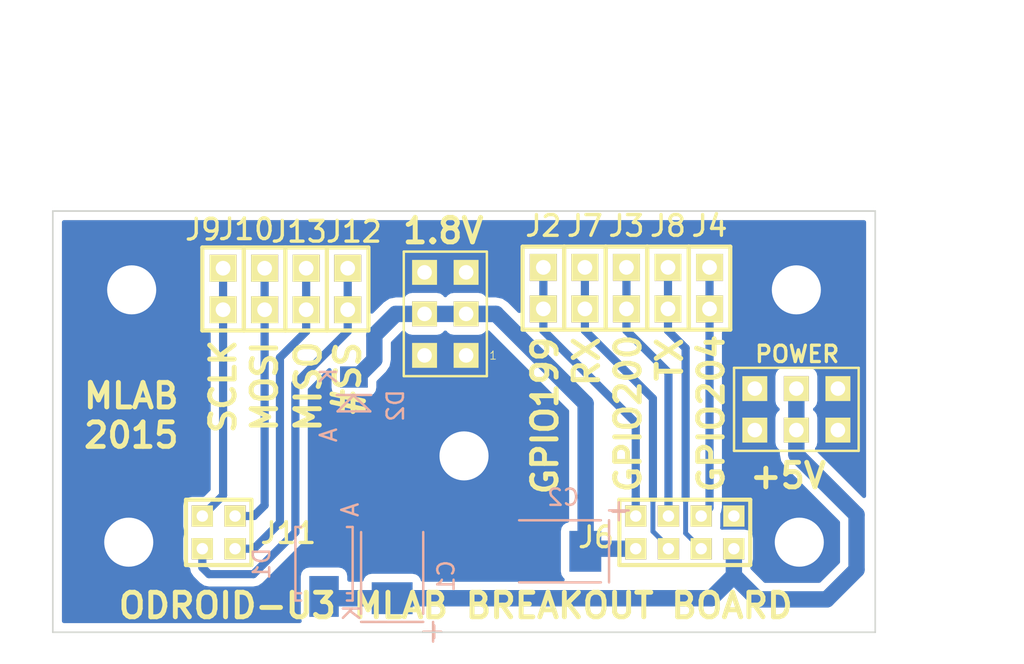
<source format=kicad_pcb>
(kicad_pcb (version 4) (host pcbnew "(2015-05-13 BZR 5653)-product")

  (general
    (links 43)
    (no_connects 0)
    (area 104.4448 22.727801 171.0426 63.017401)
    (thickness 1.6)
    (drawings 20)
    (tracks 76)
    (zones 0)
    (modules 22)
    (nets 13)
  )

  (page A4)
  (layers
    (0 F.Cu signal)
    (31 B.Cu signal)
    (32 B.Adhes user)
    (33 F.Adhes user)
    (34 B.Paste user)
    (35 F.Paste user)
    (36 B.SilkS user)
    (37 F.SilkS user)
    (38 B.Mask user)
    (39 F.Mask user)
    (40 Dwgs.User user)
    (41 Cmts.User user)
    (42 Eco1.User user)
    (43 Eco2.User user)
    (44 Edge.Cuts user)
    (45 Margin user)
    (46 B.CrtYd user)
    (47 F.CrtYd user)
    (48 B.Fab user)
    (49 F.Fab user)
  )

  (setup
    (last_trace_width 0.3)
    (user_trace_width 0.2)
    (user_trace_width 0.3)
    (user_trace_width 0.4)
    (user_trace_width 0.5)
    (user_trace_width 0.6)
    (user_trace_width 0.8)
    (user_trace_width 1)
    (trace_clearance 0.15)
    (zone_clearance 0.508)
    (zone_45_only no)
    (trace_min 0.2)
    (segment_width 0.2)
    (edge_width 0.1)
    (via_size 0.889)
    (via_drill 0.635)
    (via_min_size 0.889)
    (via_min_drill 0.508)
    (uvia_size 0.508)
    (uvia_drill 0.127)
    (uvias_allowed no)
    (uvia_min_size 0.508)
    (uvia_min_drill 0.127)
    (pcb_text_width 0.3)
    (pcb_text_size 1.5 1.5)
    (mod_edge_width 0.15)
    (mod_text_size 1 1)
    (mod_text_width 0.15)
    (pad_size 4 4)
    (pad_drill 3)
    (pad_to_mask_clearance 0)
    (aux_axis_origin 102.3366 65.7098)
    (grid_origin 102.3366 65.7098)
    (visible_elements 7FFFFF7F)
    (pcbplotparams
      (layerselection 0x01060_80000000)
      (usegerberextensions false)
      (excludeedgelayer true)
      (linewidth 0.100000)
      (plotframeref false)
      (viasonmask false)
      (mode 1)
      (useauxorigin false)
      (hpglpennumber 1)
      (hpglpenspeed 20)
      (hpglpendiameter 15)
      (hpglpenoverlay 2)
      (psnegative false)
      (psa4output false)
      (plotreference true)
      (plotvalue true)
      (plotinvisibletext false)
      (padsonsilk false)
      (subtractmaskfromsilk false)
      (outputformat 1)
      (mirror false)
      (drillshape 0)
      (scaleselection 1)
      (outputdirectory ../CAM_PROFI/))
  )

  (net 0 "")
  (net 1 GND)
  (net 2 +5V)
  (net 3 +1.8V)
  (net 4 /GPIO199)
  (net 5 /GPIO200)
  (net 6 /GPIO204)
  (net 7 /UART_TX)
  (net 8 /UART_RX)
  (net 9 /SCLK)
  (net 10 /MISO)
  (net 11 "Net-(J10-Pad1)")
  (net 12 "Net-(J11-Pad3)")

  (net_class Default "Toto je výchozí třída sítě."
    (clearance 0.15)
    (trace_width 0.3)
    (via_dia 0.889)
    (via_drill 0.635)
    (uvia_dia 0.508)
    (uvia_drill 0.127)
    (add_net /GPIO199)
    (add_net /GPIO200)
    (add_net /GPIO204)
    (add_net /MISO)
    (add_net /SCLK)
    (add_net /UART_RX)
    (add_net /UART_TX)
    (add_net "Net-(J10-Pad1)")
    (add_net "Net-(J11-Pad3)")
  )

  (net_class Power ""
    (clearance 0.3)
    (trace_width 0.5)
    (via_dia 0.889)
    (via_drill 0.635)
    (uvia_dia 0.508)
    (uvia_drill 0.127)
    (add_net +1.8V)
    (add_net +5V)
    (add_net GND)
  )

  (module MLAB_hreb:2mm_Pin_Header_Straight_2x04 (layer F.Cu) (tedit 55007440) (tstamp 55015AF1)
    (at 146.3166 54.9498 90)
    (descr "1 pin")
    (tags "CONN DEV")
    (path /5485F8D0)
    (fp_text reference J6 (at -0.2952 -5.4228 180) (layer F.SilkS)
      (effects (font (size 1.27 1.27) (thickness 0.2032)))
    )
    (fp_text value IOS_PORT_#1 (at 0 5.334 90) (layer F.SilkS) hide
      (effects (font (size 1.27 1.27) (thickness 0.2032)))
    )
    (fp_line (start -2 -4) (end 0 -4) (layer F.SilkS) (width 0.254))
    (fp_line (start 0 4) (end 2 4) (layer F.SilkS) (width 0.254))
    (fp_line (start 2 4) (end 2 -4) (layer F.SilkS) (width 0.254))
    (fp_line (start 0 -4) (end 2 -4) (layer F.SilkS) (width 0.254))
    (fp_line (start -2 4) (end -2 -4) (layer F.SilkS) (width 0.254))
    (fp_line (start -2 4) (end 0 4) (layer F.SilkS) (width 0.254))
    (pad 1 thru_hole rect (at -1 -3 90) (size 1.3 1.3) (drill 0.7) (layers *.Cu *.Mask F.SilkS)
      (net 3 +1.8V))
    (pad 2 thru_hole rect (at 1 -3 90) (size 1.3 1.3) (drill 0.7) (layers *.Cu *.Mask F.SilkS)
      (net 4 /GPIO199))
    (pad 3 thru_hole rect (at -1 -1 90) (size 1.3 1.3) (drill 0.7) (layers *.Cu *.Mask F.SilkS)
      (net 8 /UART_RX))
    (pad 4 thru_hole rect (at 1 -1 90) (size 1.3 1.3) (drill 0.7) (layers *.Cu *.Mask F.SilkS)
      (net 5 /GPIO200))
    (pad 5 thru_hole rect (at -1 1 90) (size 1.3 1.3) (drill 0.7) (layers *.Cu *.Mask F.SilkS)
      (net 7 /UART_TX))
    (pad 6 thru_hole rect (at 1 1 90) (size 1.3 1.3) (drill 0.7) (layers *.Cu *.Mask F.SilkS)
      (net 6 /GPIO204))
    (pad 7 thru_hole rect (at -1 3 90) (size 1.3 1.3) (drill 0.7) (layers *.Cu *.Mask F.SilkS)
      (net 2 +5V))
    (pad 8 thru_hole rect (at 1 3 90) (size 1.3 1.3) (drill 0.7) (layers *.Cu *.Mask F.SilkS)
      (net 1 GND))
    (model Pin_Headers/Pin_Header_Straight_2x04.wrl
      (at (xyz 0 0 0))
      (scale (xyz 0.7874 0.7874 0.7874))
      (rotate (xyz 0 0 90))
    )
  )

  (module Capacitors_Tantalum_SMD:TantalC_SizeB_EIA-3528_Reflow (layer B.Cu) (tedit 55005C2F) (tstamp 5500FA8F)
    (at 138.684 56.1086 180)
    (descr "Tantal Cap. , Size B, EIA-3528, Reflow,")
    (tags "Tantal Cap. , Size B, EIA-3528, Reflow,")
    (path /548601CE)
    (attr smd)
    (fp_text reference C2 (at -0.20066 3.29946 180) (layer B.SilkS)
      (effects (font (size 1 1) (thickness 0.15)) (justify mirror))
    )
    (fp_text value 10uF (at -0.09906 -3.59918 180) (layer B.SilkS) hide
      (effects (font (size 1 1) (thickness 0.15)) (justify mirror))
    )
    (fp_text user + (at -3.59918 2.49936 180) (layer B.SilkS)
      (effects (font (size 1 1) (thickness 0.15)) (justify mirror))
    )
    (fp_line (start -2.99974 1.89992) (end -2.99974 -1.89992) (layer B.SilkS) (width 0.15))
    (fp_line (start 2.49936 1.89992) (end -2.49936 1.89992) (layer B.SilkS) (width 0.15))
    (fp_line (start 2.49682 -1.89992) (end -2.5019 -1.89992) (layer B.SilkS) (width 0.15))
    (fp_line (start -3.60172 3.00228) (end -3.60172 1.90246) (layer B.SilkS) (width 0.15))
    (fp_line (start -4.20116 2.5019) (end -3.00228 2.5019) (layer B.SilkS) (width 0.15))
    (pad 2 smd rect (at 1.5494 0 180) (size 1.95072 2.49936) (layers B.Cu B.Paste B.Mask)
      (net 1 GND))
    (pad 1 smd rect (at -1.5494 0 180) (size 1.95072 2.49936) (layers B.Cu B.Paste B.Mask)
      (net 3 +1.8V))
    (model Capacitors_Tantalum_SMD/TantalC_SizeB_EIA-3528_Reflow.wrl
      (at (xyz 0 0 0))
      (scale (xyz 1 1 1))
      (rotate (xyz 0 0 180))
    )
  )

  (module MLAB_hreb:Pin_Header_Straight_2x01 placed (layer F.Cu) (tedit 5472F1F7) (tstamp 54896E7D)
    (at 137.668 40.005)
    (descr "1 pin")
    (tags "CONN DEV")
    (path /5486108C)
    (fp_text reference J2 (at 0 -3.81) (layer F.SilkS)
      (effects (font (size 1.27 1.27) (thickness 0.2032)))
    )
    (fp_text value GPIO199 (at 0 0) (layer F.SilkS) hide
      (effects (font (size 1.27 1.27) (thickness 0.2032)))
    )
    (fp_line (start -1.27 -2.54) (end 1.27 -2.54) (layer F.SilkS) (width 0.254))
    (fp_line (start 1.27 -2.54) (end 1.27 2.54) (layer F.SilkS) (width 0.254))
    (fp_line (start 1.27 2.54) (end -1.27 2.54) (layer F.SilkS) (width 0.254))
    (fp_line (start -1.27 2.54) (end -1.27 -2.54) (layer F.SilkS) (width 0.254))
    (pad 2 thru_hole rect (at 0 1.27) (size 1.651 1.651) (drill 0.9) (layers *.Cu *.Mask F.SilkS)
      (net 4 /GPIO199))
    (pad 1 thru_hole rect (at 0 -1.27) (size 1.651 1.651) (drill 0.9) (layers *.Cu *.Mask F.SilkS)
      (net 4 /GPIO199))
    (model Pin_Headers/Pin_Header_Straight_2x01.wrl
      (at (xyz 0 0 0))
      (scale (xyz 1 1 1))
      (rotate (xyz 0 0 0))
    )
  )

  (module MLAB_hreb:Pin_Header_Straight_2x01 placed (layer F.Cu) (tedit 5472F1F7) (tstamp 54896E93)
    (at 142.748 40.005)
    (descr "1 pin")
    (tags "CONN DEV")
    (path /54861113)
    (fp_text reference J3 (at 0 -3.81) (layer F.SilkS)
      (effects (font (size 1.27 1.27) (thickness 0.2032)))
    )
    (fp_text value GPIO200 (at 0 0) (layer F.SilkS) hide
      (effects (font (size 1.27 1.27) (thickness 0.2032)))
    )
    (fp_line (start -1.27 -2.54) (end 1.27 -2.54) (layer F.SilkS) (width 0.254))
    (fp_line (start 1.27 -2.54) (end 1.27 2.54) (layer F.SilkS) (width 0.254))
    (fp_line (start 1.27 2.54) (end -1.27 2.54) (layer F.SilkS) (width 0.254))
    (fp_line (start -1.27 2.54) (end -1.27 -2.54) (layer F.SilkS) (width 0.254))
    (pad 2 thru_hole rect (at 0 1.27) (size 1.651 1.651) (drill 0.9) (layers *.Cu *.Mask F.SilkS)
      (net 5 /GPIO200))
    (pad 1 thru_hole rect (at 0 -1.27) (size 1.651 1.651) (drill 0.9) (layers *.Cu *.Mask F.SilkS)
      (net 5 /GPIO200))
    (model Pin_Headers/Pin_Header_Straight_2x01.wrl
      (at (xyz 0 0 0))
      (scale (xyz 1 1 1))
      (rotate (xyz 0 0 0))
    )
  )

  (module MLAB_hreb:Pin_Header_Straight_2x01 placed (layer F.Cu) (tedit 5472F1F7) (tstamp 54896E88)
    (at 147.828 40.005)
    (descr "1 pin")
    (tags "CONN DEV")
    (path /54861163)
    (fp_text reference J4 (at 0 -3.81) (layer F.SilkS)
      (effects (font (size 1.27 1.27) (thickness 0.2032)))
    )
    (fp_text value GPIO204 (at 0 0) (layer F.SilkS) hide
      (effects (font (size 1.27 1.27) (thickness 0.2032)))
    )
    (fp_line (start -1.27 -2.54) (end 1.27 -2.54) (layer F.SilkS) (width 0.254))
    (fp_line (start 1.27 -2.54) (end 1.27 2.54) (layer F.SilkS) (width 0.254))
    (fp_line (start 1.27 2.54) (end -1.27 2.54) (layer F.SilkS) (width 0.254))
    (fp_line (start -1.27 2.54) (end -1.27 -2.54) (layer F.SilkS) (width 0.254))
    (pad 2 thru_hole rect (at 0 1.27) (size 1.651 1.651) (drill 0.9) (layers *.Cu *.Mask F.SilkS)
      (net 6 /GPIO204))
    (pad 1 thru_hole rect (at 0 -1.27) (size 1.651 1.651) (drill 0.9) (layers *.Cu *.Mask F.SilkS)
      (net 6 /GPIO204))
    (model Pin_Headers/Pin_Header_Straight_2x01.wrl
      (at (xyz 0 0 0))
      (scale (xyz 1 1 1))
      (rotate (xyz 0 0 0))
    )
  )

  (module MLAB_hreb:Pin_Header_Straight_2x01 placed (layer F.Cu) (tedit 5472F1F7) (tstamp 54896E72)
    (at 140.208 40.005)
    (descr "1 pin")
    (tags "CONN DEV")
    (path /54861315)
    (fp_text reference J7 (at 0 -3.81) (layer F.SilkS)
      (effects (font (size 1.27 1.27) (thickness 0.2032)))
    )
    (fp_text value UART_RX (at 0 0) (layer F.SilkS) hide
      (effects (font (size 1.27 1.27) (thickness 0.2032)))
    )
    (fp_line (start -1.27 -2.54) (end 1.27 -2.54) (layer F.SilkS) (width 0.254))
    (fp_line (start 1.27 -2.54) (end 1.27 2.54) (layer F.SilkS) (width 0.254))
    (fp_line (start 1.27 2.54) (end -1.27 2.54) (layer F.SilkS) (width 0.254))
    (fp_line (start -1.27 2.54) (end -1.27 -2.54) (layer F.SilkS) (width 0.254))
    (pad 2 thru_hole rect (at 0 1.27) (size 1.651 1.651) (drill 0.9) (layers *.Cu *.Mask F.SilkS)
      (net 8 /UART_RX))
    (pad 1 thru_hole rect (at 0 -1.27) (size 1.651 1.651) (drill 0.9) (layers *.Cu *.Mask F.SilkS)
      (net 8 /UART_RX))
    (model Pin_Headers/Pin_Header_Straight_2x01.wrl
      (at (xyz 0 0 0))
      (scale (xyz 1 1 1))
      (rotate (xyz 0 0 0))
    )
  )

  (module MLAB_hreb:Pin_Header_Straight_2x01 placed (layer F.Cu) (tedit 5472F1F7) (tstamp 54874B71)
    (at 145.288 40.005)
    (descr "1 pin")
    (tags "CONN DEV")
    (path /5486130F)
    (fp_text reference J8 (at 0 -3.81) (layer F.SilkS)
      (effects (font (size 1.27 1.27) (thickness 0.2032)))
    )
    (fp_text value UART_TX (at 0 0) (layer F.SilkS) hide
      (effects (font (size 1.27 1.27) (thickness 0.2032)))
    )
    (fp_line (start -1.27 -2.54) (end 1.27 -2.54) (layer F.SilkS) (width 0.254))
    (fp_line (start 1.27 -2.54) (end 1.27 2.54) (layer F.SilkS) (width 0.254))
    (fp_line (start 1.27 2.54) (end -1.27 2.54) (layer F.SilkS) (width 0.254))
    (fp_line (start -1.27 2.54) (end -1.27 -2.54) (layer F.SilkS) (width 0.254))
    (pad 2 thru_hole rect (at 0 1.27) (size 1.651 1.651) (drill 0.9) (layers *.Cu *.Mask F.SilkS)
      (net 7 /UART_TX))
    (pad 1 thru_hole rect (at 0 -1.27) (size 1.651 1.651) (drill 0.9) (layers *.Cu *.Mask F.SilkS)
      (net 7 /UART_TX))
    (model Pin_Headers/Pin_Header_Straight_2x01.wrl
      (at (xyz 0 0 0))
      (scale (xyz 1 1 1))
      (rotate (xyz 0 0 0))
    )
  )

  (module MLAB_hreb:Pin_Header_Straight_2x01 placed (layer F.Cu) (tedit 55007496) (tstamp 54874ADA)
    (at 118.0846 40.0558)
    (descr "1 pin")
    (tags "CONN DEV")
    (path /5486082B)
    (fp_text reference J9 (at -1.2192 -3.6322) (layer F.SilkS)
      (effects (font (size 1.27 1.27) (thickness 0.2032)))
    )
    (fp_text value SCLK (at 0 0) (layer F.SilkS) hide
      (effects (font (size 1.27 1.27) (thickness 0.2032)))
    )
    (fp_line (start -1.27 -2.54) (end 1.27 -2.54) (layer F.SilkS) (width 0.254))
    (fp_line (start 1.27 -2.54) (end 1.27 2.54) (layer F.SilkS) (width 0.254))
    (fp_line (start 1.27 2.54) (end -1.27 2.54) (layer F.SilkS) (width 0.254))
    (fp_line (start -1.27 2.54) (end -1.27 -2.54) (layer F.SilkS) (width 0.254))
    (pad 2 thru_hole rect (at 0 1.27) (size 1.651 1.651) (drill 0.9) (layers *.Cu *.Mask F.SilkS)
      (net 9 /SCLK))
    (pad 1 thru_hole rect (at 0 -1.27) (size 1.651 1.651) (drill 0.9) (layers *.Cu *.Mask F.SilkS)
      (net 9 /SCLK))
    (model Pin_Headers/Pin_Header_Straight_2x01.wrl
      (at (xyz 0 0 0))
      (scale (xyz 1 1 1))
      (rotate (xyz 0 0 0))
    )
  )

  (module MLAB_hreb:Pin_Header_Straight_2x01 placed (layer F.Cu) (tedit 550074A7) (tstamp 54871250)
    (at 120.6246 40.0558)
    (descr "1 pin")
    (tags "CONN DEV")
    (path /54860825)
    (fp_text reference J10 (at -1.1176 -3.6576) (layer F.SilkS)
      (effects (font (size 1.27 1.27) (thickness 0.2032)))
    )
    (fp_text value MOSI (at 0 0) (layer F.SilkS) hide
      (effects (font (size 1.27 1.27) (thickness 0.2032)))
    )
    (fp_line (start -1.27 -2.54) (end 1.27 -2.54) (layer F.SilkS) (width 0.254))
    (fp_line (start 1.27 -2.54) (end 1.27 2.54) (layer F.SilkS) (width 0.254))
    (fp_line (start 1.27 2.54) (end -1.27 2.54) (layer F.SilkS) (width 0.254))
    (fp_line (start -1.27 2.54) (end -1.27 -2.54) (layer F.SilkS) (width 0.254))
    (pad 2 thru_hole rect (at 0 1.27) (size 1.651 1.651) (drill 0.9) (layers *.Cu *.Mask F.SilkS)
      (net 11 "Net-(J10-Pad1)"))
    (pad 1 thru_hole rect (at 0 -1.27) (size 1.651 1.651) (drill 0.9) (layers *.Cu *.Mask F.SilkS)
      (net 11 "Net-(J10-Pad1)"))
    (model Pin_Headers/Pin_Header_Straight_2x01.wrl
      (at (xyz 0 0 0))
      (scale (xyz 1 1 1))
      (rotate (xyz 0 0 0))
    )
  )

  (module MLAB_hreb:2mm_Pin_Header_Straight_2x02 (layer F.Cu) (tedit 550074DF) (tstamp 5487125E)
    (at 117.8166 54.9498)
    (descr "1 pin")
    (tags "CONN DEV")
    (path /5485F97F)
    (fp_text reference J11 (at 4.2558 0.0412) (layer F.SilkS)
      (effects (font (size 1.27 1.27) (thickness 0.2032)))
    )
    (fp_text value IO_PORT_#2 (at 0 3.302) (layer F.SilkS) hide
      (effects (font (size 1.27 1.27) (thickness 0.2032)))
    )
    (fp_line (start -2 -2) (end 0 -2) (layer F.SilkS) (width 0.254))
    (fp_line (start 0 2) (end 2 2) (layer F.SilkS) (width 0.254))
    (fp_line (start 2 2) (end 2 -2) (layer F.SilkS) (width 0.254))
    (fp_line (start 0 -2) (end 2 -2) (layer F.SilkS) (width 0.254))
    (fp_line (start -2 2) (end -2 -2) (layer F.SilkS) (width 0.254))
    (fp_line (start -2 2) (end 0 2) (layer F.SilkS) (width 0.254))
    (pad 1 thru_hole rect (at -1 -1) (size 1.3 1.3) (drill 0.7) (layers *.Cu *.Mask F.SilkS)
      (net 9 /SCLK))
    (pad 2 thru_hole rect (at 1 -1) (size 1.3 1.3) (drill 0.7) (layers *.Cu *.Mask F.SilkS)
      (net 11 "Net-(J10-Pad1)"))
    (pad 3 thru_hole rect (at -1 1) (size 1.3 1.3) (drill 0.7) (layers *.Cu *.Mask F.SilkS)
      (net 12 "Net-(J11-Pad3)"))
    (pad 4 thru_hole rect (at 1 1) (size 1.3 1.3) (drill 0.7) (layers *.Cu *.Mask F.SilkS)
      (net 10 /MISO))
    (model Pin_Headers/Pin_Header_Straight_2x02.wrl
      (at (xyz 0 0 0))
      (scale (xyz 0.7874 0.7874 0.7874))
      (rotate (xyz 0 0 0))
    )
  )

  (module MLAB_hreb:Pin_Header_Straight_2x01 placed (layer F.Cu) (tedit 550074AC) (tstamp 54871268)
    (at 125.7046 40.0558)
    (descr "1 pin")
    (tags "CONN DEV")
    (path /54860610)
    (fp_text reference J12 (at 0.381 -3.5052) (layer F.SilkS)
      (effects (font (size 1.27 1.27) (thickness 0.2032)))
    )
    (fp_text value "#SS" (at 0 0) (layer F.SilkS) hide
      (effects (font (size 1.27 1.27) (thickness 0.2032)))
    )
    (fp_line (start -1.27 -2.54) (end 1.27 -2.54) (layer F.SilkS) (width 0.254))
    (fp_line (start 1.27 -2.54) (end 1.27 2.54) (layer F.SilkS) (width 0.254))
    (fp_line (start 1.27 2.54) (end -1.27 2.54) (layer F.SilkS) (width 0.254))
    (fp_line (start -1.27 2.54) (end -1.27 -2.54) (layer F.SilkS) (width 0.254))
    (pad 2 thru_hole rect (at 0 1.27) (size 1.651 1.651) (drill 0.9) (layers *.Cu *.Mask F.SilkS)
      (net 12 "Net-(J11-Pad3)"))
    (pad 1 thru_hole rect (at 0 -1.27) (size 1.651 1.651) (drill 0.9) (layers *.Cu *.Mask F.SilkS)
      (net 12 "Net-(J11-Pad3)"))
    (model Pin_Headers/Pin_Header_Straight_2x01.wrl
      (at (xyz 0 0 0))
      (scale (xyz 1 1 1))
      (rotate (xyz 0 0 0))
    )
  )

  (module MLAB_hreb:Pin_Header_Straight_2x01 placed (layer F.Cu) (tedit 550074AA) (tstamp 54871272)
    (at 123.1646 40.0558)
    (descr "1 pin")
    (tags "CONN DEV")
    (path /54860710)
    (fp_text reference J13 (at -0.4318 -3.5052) (layer F.SilkS)
      (effects (font (size 1.27 1.27) (thickness 0.2032)))
    )
    (fp_text value MISO (at 0 0) (layer F.SilkS) hide
      (effects (font (size 1.27 1.27) (thickness 0.2032)))
    )
    (fp_line (start -1.27 -2.54) (end 1.27 -2.54) (layer F.SilkS) (width 0.254))
    (fp_line (start 1.27 -2.54) (end 1.27 2.54) (layer F.SilkS) (width 0.254))
    (fp_line (start 1.27 2.54) (end -1.27 2.54) (layer F.SilkS) (width 0.254))
    (fp_line (start -1.27 2.54) (end -1.27 -2.54) (layer F.SilkS) (width 0.254))
    (pad 2 thru_hole rect (at 0 1.27) (size 1.651 1.651) (drill 0.9) (layers *.Cu *.Mask F.SilkS)
      (net 10 /MISO))
    (pad 1 thru_hole rect (at 0 -1.27) (size 1.651 1.651) (drill 0.9) (layers *.Cu *.Mask F.SilkS)
      (net 10 /MISO))
    (model Pin_Headers/Pin_Header_Straight_2x01.wrl
      (at (xyz 0 0 0))
      (scale (xyz 1 1 1))
      (rotate (xyz 0 0 0))
    )
  )

  (module MLAB_dira:MountingHole_3mm placed (layer F.Cu) (tedit 55007470) (tstamp 54871277)
    (at 153.1366 40.1098)
    (descr "Mounting hole, Befestigungsbohrung, 3mm, No Annular, Kein Restring,")
    (tags "Mounting hole, Befestigungsbohrung, 3mm, No Annular, Kein Restring,")
    (path /54862BF8)
    (fp_text reference J14 (at 0 0) (layer F.SilkS) hide
      (effects (font (thickness 0.15)))
    )
    (fp_text value M3 (at 1 5) (layer F.SilkS) hide
      (effects (font (thickness 0.15)))
    )
    (fp_circle (center 0 0) (end 2 0) (layer Cmts.User) (width 0.15))
    (pad 1 thru_hole circle (at 0 0) (size 6 6) (drill 3) (layers *.Cu *.Adhes *.Mask)
      (net 1 GND) (clearance 1) (zone_connect 2))
  )

  (module MLAB_dira:MountingHole_3mm placed (layer F.Cu) (tedit 5500745C) (tstamp 5487127C)
    (at 112.4966 40.1098)
    (descr "Mounting hole, Befestigungsbohrung, 3mm, No Annular, Kein Restring,")
    (tags "Mounting hole, Befestigungsbohrung, 3mm, No Annular, Kein Restring,")
    (path /54862A8F)
    (fp_text reference J15 (at 0 0) (layer F.SilkS) hide
      (effects (font (thickness 0.15)))
    )
    (fp_text value M3 (at 1 5) (layer F.SilkS) hide
      (effects (font (thickness 0.15)))
    )
    (fp_circle (center 0 0) (end 2 0) (layer Cmts.User) (width 0.15))
    (pad 1 thru_hole circle (at 0 0) (size 6 6) (drill 3) (layers *.Cu *.Adhes *.Mask)
      (net 1 GND) (clearance 1) (zone_connect 2))
  )

  (module MLAB_dira:MountingHole_3mm placed (layer F.Cu) (tedit 55007468) (tstamp 54871281)
    (at 153.3166 55.5498)
    (descr "Mounting hole, Befestigungsbohrung, 3mm, No Annular, Kein Restring,")
    (tags "Mounting hole, Befestigungsbohrung, 3mm, No Annular, Kein Restring,")
    (path /54862E35)
    (fp_text reference J16 (at 0 0) (layer F.SilkS) hide
      (effects (font (thickness 0.15)))
    )
    (fp_text value M3 (at 1 5) (layer F.SilkS) hide
      (effects (font (thickness 0.15)))
    )
    (fp_circle (center 0 0) (end 2 0) (layer Cmts.User) (width 0.15))
    (pad 1 thru_hole circle (at 0 0) (size 4 4) (drill 3) (layers *.Cu *.Adhes *.Mask)
      (net 1 GND) (clearance 1) (zone_connect 2))
  )

  (module MLAB_dira:MountingHole_3mm placed (layer F.Cu) (tedit 55007453) (tstamp 54871286)
    (at 112.3166 55.5498)
    (descr "Mounting hole, Befestigungsbohrung, 3mm, No Annular, Kein Restring,")
    (tags "Mounting hole, Befestigungsbohrung, 3mm, No Annular, Kein Restring,")
    (path /54862E8B)
    (fp_text reference J17 (at 0 0) (layer F.SilkS) hide
      (effects (font (thickness 0.15)))
    )
    (fp_text value M3 (at 1 5) (layer F.SilkS) hide
      (effects (font (thickness 0.15)))
    )
    (fp_circle (center 0 0) (end 2 0) (layer Cmts.User) (width 0.15))
    (pad 1 thru_hole circle (at 0 0) (size 4 4) (drill 3) (layers *.Cu *.Adhes *.Mask)
      (net 1 GND) (clearance 1) (zone_connect 2))
  )

  (module MLAB_dira:MountingHole_3mm placed (layer F.Cu) (tedit 5500748A) (tstamp 5487128B)
    (at 132.8166 50.2698)
    (descr "Mounting hole, Befestigungsbohrung, 3mm, No Annular, Kein Restring,")
    (tags "Mounting hole, Befestigungsbohrung, 3mm, No Annular, Kein Restring,")
    (path /54862E2F)
    (fp_text reference J18 (at 0 0) (layer F.SilkS) hide
      (effects (font (thickness 0.15)))
    )
    (fp_text value M3 (at 1 5) (layer F.SilkS) hide
      (effects (font (thickness 0.15)))
    )
    (fp_circle (center 0 0) (end 2 0) (layer Cmts.User) (width 0.15))
    (pad 1 thru_hole circle (at 0 0) (size 6 6) (drill 3) (layers *.Cu *.Adhes *.Mask)
      (net 1 GND) (clearance 1) (zone_connect 2))
  )

  (module Diodes_SMD:Diode-SMA_Standard (layer B.Cu) (tedit 5403E41A) (tstamp 5500F136)
    (at 124.2568 56.8706 270)
    (descr "Diode SMA")
    (tags "Diode SMA")
    (path /5485FEF7)
    (attr smd)
    (fp_text reference D1 (at 0 3.81 270) (layer B.SilkS)
      (effects (font (size 1 1) (thickness 0.15)) (justify mirror))
    )
    (fp_text value BAS85 (at 0 -3.81 270) (layer B.SilkS) hide
      (effects (font (size 1 1) (thickness 0.15)) (justify mirror))
    )
    (fp_text user A (at -3.29946 -1.6002 270) (layer B.SilkS)
      (effects (font (size 1 1) (thickness 0.15)) (justify mirror))
    )
    (fp_text user K (at 2.99974 -1.69926 270) (layer B.SilkS)
      (effects (font (size 1 1) (thickness 0.15)) (justify mirror))
    )
    (fp_circle (center 0 0) (end 0.20066 0.0508) (layer B.Adhes) (width 0.381))
    (fp_line (start 1.80086 -1.75006) (end 1.80086 -1.39954) (layer B.SilkS) (width 0.15))
    (fp_line (start 1.80086 1.75006) (end 1.80086 1.39954) (layer B.SilkS) (width 0.15))
    (fp_line (start 2.25044 -1.75006) (end 2.25044 -1.39954) (layer B.SilkS) (width 0.15))
    (fp_line (start -2.25044 -1.75006) (end -2.25044 -1.39954) (layer B.SilkS) (width 0.15))
    (fp_line (start -2.25044 1.75006) (end -2.25044 1.39954) (layer B.SilkS) (width 0.15))
    (fp_line (start 2.25044 1.75006) (end 2.25044 1.39954) (layer B.SilkS) (width 0.15))
    (fp_line (start -2.25044 -1.75006) (end 2.25044 -1.75006) (layer B.SilkS) (width 0.15))
    (fp_line (start -2.25044 1.75006) (end 2.25044 1.75006) (layer B.SilkS) (width 0.15))
    (pad 1 smd rect (at -1.99898 0 270) (size 2.49936 1.80086) (layers B.Cu B.Paste B.Mask)
      (net 1 GND))
    (pad 2 smd rect (at 1.99898 0 270) (size 2.49936 1.80086) (layers B.Cu B.Paste B.Mask)
      (net 2 +5V))
    (model Diodes_SMD/Diode-SMA_Standard.wrl
      (at (xyz 0 0 0))
      (scale (xyz 0.3937 0.3937 0.3937))
      (rotate (xyz 0 0 0))
    )
  )

  (module Diodes_SMD:Diode-MiniMELF_Standard (layer B.Cu) (tedit 55005B0E) (tstamp 55015ACE)
    (at 126.0856 47.1932 90)
    (descr "Diode Mini-MELF Standard")
    (tags "Diode Mini-MELF Standard")
    (path /548601BC)
    (attr smd)
    (fp_text reference D2 (at 0 2.54 90) (layer B.SilkS)
      (effects (font (size 1 1) (thickness 0.15)) (justify mirror))
    )
    (fp_text value BAS85 (at 0 -3.81 90) (layer B.SilkS) hide
      (effects (font (size 1 1) (thickness 0.15)) (justify mirror))
    )
    (fp_line (start 0.65024 -0.0508) (end -0.35052 1.00076) (layer B.SilkS) (width 0.15))
    (fp_line (start -0.35052 1.00076) (end -0.35052 -1.00076) (layer B.SilkS) (width 0.15))
    (fp_line (start -0.35052 -1.00076) (end 0.65024 0) (layer B.SilkS) (width 0.15))
    (fp_line (start 0.65024 1.04902) (end 0.65024 -1.04902) (layer B.SilkS) (width 0.15))
    (fp_text user A (at -1.80086 -1.5494 90) (layer B.SilkS)
      (effects (font (size 1 1) (thickness 0.15)) (justify mirror))
    )
    (fp_text user K (at 1.80086 -1.5494 90) (layer B.SilkS)
      (effects (font (size 1 1) (thickness 0.15)) (justify mirror))
    )
    (fp_circle (center 0 0) (end 0 -0.55118) (layer B.Adhes) (width 0.381))
    (fp_circle (center 0 0) (end 0 -0.20066) (layer B.Adhes) (width 0.381))
    (pad 1 smd rect (at -1.75006 0 90) (size 1.30048 1.69926) (layers B.Cu B.Paste B.Mask)
      (net 1 GND))
    (pad 2 smd rect (at 1.75006 0 90) (size 1.30048 1.69926) (layers B.Cu B.Paste B.Mask)
      (net 3 +1.8V))
    (model Diodes_SMD/Diode-MiniMELF_Standard.wrl
      (at (xyz 0 0 0))
      (scale (xyz 0.3937 0.3937 0.3937))
      (rotate (xyz 0 0 0))
    )
  )

  (module Capacitors_Tantalum_SMD:TantalC_SizeB_EIA-3528_Reflow (layer B.Cu) (tedit 55005C2F) (tstamp 5500FA5D)
    (at 128.4224 57.4294 90)
    (descr "Tantal Cap. , Size B, EIA-3528, Reflow,")
    (tags "Tantal Cap. , Size B, EIA-3528, Reflow,")
    (path /5485FFA7)
    (attr smd)
    (fp_text reference C1 (at -0.20066 3.29946 90) (layer B.SilkS)
      (effects (font (size 1 1) (thickness 0.15)) (justify mirror))
    )
    (fp_text value 10uF (at -0.09906 -3.59918 90) (layer B.SilkS) hide
      (effects (font (size 1 1) (thickness 0.15)) (justify mirror))
    )
    (fp_text user + (at -3.59918 2.49936 90) (layer B.SilkS)
      (effects (font (size 1 1) (thickness 0.15)) (justify mirror))
    )
    (fp_line (start -2.99974 1.89992) (end -2.99974 -1.89992) (layer B.SilkS) (width 0.15))
    (fp_line (start 2.49936 1.89992) (end -2.49936 1.89992) (layer B.SilkS) (width 0.15))
    (fp_line (start 2.49682 -1.89992) (end -2.5019 -1.89992) (layer B.SilkS) (width 0.15))
    (fp_line (start -3.60172 3.00228) (end -3.60172 1.90246) (layer B.SilkS) (width 0.15))
    (fp_line (start -4.20116 2.5019) (end -3.00228 2.5019) (layer B.SilkS) (width 0.15))
    (pad 2 smd rect (at 1.5494 0 90) (size 1.95072 2.49936) (layers B.Cu B.Paste B.Mask)
      (net 1 GND))
    (pad 1 smd rect (at -1.5494 0 90) (size 1.95072 2.49936) (layers B.Cu B.Paste B.Mask)
      (net 2 +5V))
    (model Capacitors_Tantalum_SMD/TantalC_SizeB_EIA-3528_Reflow.wrl
      (at (xyz 0 0 0))
      (scale (xyz 1 1 1))
      (rotate (xyz 0 0 180))
    )
  )

  (module Mlab_Pin_Headers:Straight_2x03 (layer F.Cu) (tedit 55007572) (tstamp 55015A75)
    (at 153.1366 47.4218 270)
    (descr "pin header straight 2x03")
    (tags "pin header straight 2x03")
    (path /5485F9FC)
    (fp_text reference J1 (at 0 -5.08 270) (layer F.SilkS) hide
      (effects (font (size 1.5 1.5) (thickness 0.15)))
    )
    (fp_text value "5V POWER" (at 0 5.08 270) (layer F.SilkS) hide
      (effects (font (size 1.5 1.5) (thickness 0.15)))
    )
    (fp_text user 1 (at -2.921 -2.54 270) (layer F.SilkS) hide
      (effects (font (size 0.5 0.5) (thickness 0.05)))
    )
    (fp_line (start -2.54 -3.81) (end 2.54 -3.81) (layer F.SilkS) (width 0.15))
    (fp_line (start 2.54 -3.81) (end 2.54 3.81) (layer F.SilkS) (width 0.15))
    (fp_line (start 2.54 3.81) (end -2.54 3.81) (layer F.SilkS) (width 0.15))
    (fp_line (start -2.54 3.81) (end -2.54 -3.81) (layer F.SilkS) (width 0.15))
    (pad 1 thru_hole rect (at -1.27 -2.54 270) (size 1.524 1.524) (drill 0.889) (layers *.Cu *.Mask F.SilkS)
      (net 1 GND))
    (pad 2 thru_hole rect (at 1.27 -2.54 270) (size 1.524 1.524) (drill 0.889) (layers *.Cu *.Mask F.SilkS)
      (net 1 GND))
    (pad 3 thru_hole rect (at -1.27 0 270) (size 1.524 1.524) (drill 0.889) (layers *.Cu *.Mask F.SilkS)
      (net 2 +5V))
    (pad 4 thru_hole rect (at 1.27 0 270) (size 1.524 1.524) (drill 0.889) (layers *.Cu *.Mask F.SilkS)
      (net 2 +5V))
    (pad 5 thru_hole rect (at -1.27 2.54 270) (size 1.524 1.524) (drill 0.889) (layers *.Cu *.Mask F.SilkS)
      (net 1 GND))
    (pad 6 thru_hole rect (at 1.27 2.54 270) (size 1.524 1.524) (drill 0.889) (layers *.Cu *.Mask F.SilkS)
      (net 1 GND))
    (model Pin_Headers/Pin_Header_Straight_2x03.wrl
      (at (xyz 0 0 0))
      (scale (xyz 1 1 1))
      (rotate (xyz 0 0 90))
    )
  )

  (module Mlab_Pin_Headers:Straight_2x03 (layer F.Cu) (tedit 550060C5) (tstamp 55015A83)
    (at 131.6736 41.5798 180)
    (descr "pin header straight 2x03")
    (tags "pin header straight 2x03")
    (path /548601AA)
    (fp_text reference J5 (at 0 -5.08 180) (layer F.SilkS) hide
      (effects (font (size 1.5 1.5) (thickness 0.15)))
    )
    (fp_text value "1,8V CPU Core" (at 0 5.08 180) (layer F.SilkS) hide
      (effects (font (size 1.5 1.5) (thickness 0.15)))
    )
    (fp_text user 1 (at -2.921 -2.54 180) (layer F.SilkS)
      (effects (font (size 0.5 0.5) (thickness 0.05)))
    )
    (fp_line (start -2.54 -3.81) (end 2.54 -3.81) (layer F.SilkS) (width 0.15))
    (fp_line (start 2.54 -3.81) (end 2.54 3.81) (layer F.SilkS) (width 0.15))
    (fp_line (start 2.54 3.81) (end -2.54 3.81) (layer F.SilkS) (width 0.15))
    (fp_line (start -2.54 3.81) (end -2.54 -3.81) (layer F.SilkS) (width 0.15))
    (pad 1 thru_hole rect (at -1.27 -2.54 180) (size 1.524 1.524) (drill 0.889) (layers *.Cu *.Mask F.SilkS)
      (net 1 GND))
    (pad 2 thru_hole rect (at 1.27 -2.54 180) (size 1.524 1.524) (drill 0.889) (layers *.Cu *.Mask F.SilkS)
      (net 1 GND))
    (pad 3 thru_hole rect (at -1.27 0 180) (size 1.524 1.524) (drill 0.889) (layers *.Cu *.Mask F.SilkS)
      (net 3 +1.8V))
    (pad 4 thru_hole rect (at 1.27 0 180) (size 1.524 1.524) (drill 0.889) (layers *.Cu *.Mask F.SilkS)
      (net 3 +1.8V))
    (pad 5 thru_hole rect (at -1.27 2.54 180) (size 1.524 1.524) (drill 0.889) (layers *.Cu *.Mask F.SilkS)
      (net 1 GND))
    (pad 6 thru_hole rect (at 1.27 2.54 180) (size 1.524 1.524) (drill 0.889) (layers *.Cu *.Mask F.SilkS)
      (net 1 GND))
    (model Pin_Headers/Pin_Header_Straight_2x03.wrl
      (at (xyz 0 0 0))
      (scale (xyz 1 1 1))
      (rotate (xyz 0 0 90))
    )
  )

  (dimension 25.908 (width 0.3) (layer Dwgs.User)
    (gr_text "25,908 mm" (at 164.3926 48.1838 270) (layer Dwgs.User)
      (effects (font (size 1.5 1.5) (thickness 0.3)))
    )
    (feature1 (pts (xy 157.9626 61.1378) (xy 165.7426 61.1378)))
    (feature2 (pts (xy 157.9626 35.2298) (xy 165.7426 35.2298)))
    (crossbar (pts (xy 163.0426 35.2298) (xy 163.0426 61.1378)))
    (arrow1a (pts (xy 163.0426 61.1378) (xy 162.456179 60.011296)))
    (arrow1b (pts (xy 163.0426 61.1378) (xy 163.629021 60.011296)))
    (arrow2a (pts (xy 163.0426 35.2298) (xy 162.456179 36.356304)))
    (arrow2b (pts (xy 163.0426 35.2298) (xy 163.629021 36.356304)))
  )
  (dimension 50.292 (width 0.3) (layer Dwgs.User)
    (gr_text "50,292 mm" (at 132.8166 24.227801) (layer Dwgs.User)
      (effects (font (size 1.5 1.5) (thickness 0.3)))
    )
    (feature1 (pts (xy 157.9626 35.2298) (xy 157.9626 22.877801)))
    (feature2 (pts (xy 107.6706 35.2298) (xy 107.6706 22.877801)))
    (crossbar (pts (xy 107.6706 25.577801) (xy 157.9626 25.577801)))
    (arrow1a (pts (xy 157.9626 25.577801) (xy 156.836096 26.164222)))
    (arrow1b (pts (xy 157.9626 25.577801) (xy 156.836096 24.99138)))
    (arrow2a (pts (xy 107.6706 25.577801) (xy 108.797104 26.164222)))
    (arrow2b (pts (xy 107.6706 25.577801) (xy 108.797104 24.99138)))
  )
  (gr_text GPIO200 (at 142.8496 47.6758 90) (layer F.SilkS)
    (effects (font (size 1.5 1.5) (thickness 0.3)))
  )
  (gr_text "ODROID-U3 MLAB BREAKOUT BOARD" (at 132.3086 59.436) (layer F.SilkS)
    (effects (font (size 1.5 1.5) (thickness 0.3)))
  )
  (gr_text "MLAB\n2015" (at 112.4712 47.8028) (layer F.SilkS)
    (effects (font (size 1.5 1.5) (thickness 0.3)))
  )
  (gr_text +5V (at 152.6286 51.4858) (layer F.SilkS)
    (effects (font (size 1.5 1.5) (thickness 0.3)))
  )
  (gr_text POWER (at 153.1874 44.0436) (layer F.SilkS) (tstamp 55007537)
    (effects (font (size 1 1) (thickness 0.2)))
  )
  (gr_text GPIO204 (at 147.9296 47.6758 90) (layer F.SilkS)
    (effects (font (size 1.5 1.5) (thickness 0.3)))
  )
  (gr_text TX (at 145.3896 44.3738 90) (layer F.SilkS)
    (effects (font (size 1.5 1.5) (thickness 0.3)))
  )
  (gr_text RX (at 140.3096 44.5008 90) (layer F.SilkS)
    (effects (font (size 1.5 1.5) (thickness 0.3)))
  )
  (gr_text GPIO199 (at 137.7696 47.8028 90) (layer F.SilkS)
    (effects (font (size 1.5 1.5) (thickness 0.3)))
  )
  (gr_text 1.8V (at 131.5466 36.4998) (layer F.SilkS)
    (effects (font (size 1.5 1.5) (thickness 0.3)))
  )
  (gr_text "#SS\n" (at 125.7046 45.5168 90) (layer F.SilkS)
    (effects (font (size 1.5 1.5) (thickness 0.3)))
  )
  (gr_text MISO (at 123.2916 46.0248 90) (layer F.SilkS)
    (effects (font (size 1.5 1.5) (thickness 0.3)))
  )
  (gr_text MOSI (at 120.6246 46.0248 90) (layer F.SilkS)
    (effects (font (size 1.5 1.5) (thickness 0.3)))
  )
  (gr_text SCLK (at 118.0846 46.0248 90) (layer F.SilkS)
    (effects (font (size 1.5 1.5) (thickness 0.3)))
  )
  (gr_line (start 107.6726 35.2858) (end 157.9606 35.2858) (angle 90) (layer Edge.Cuts) (width 0.1) (tstamp 54897BDF))
  (gr_line (start 157.9606 61.0616) (end 157.9606 35.2858) (angle 90) (layer Edge.Cuts) (width 0.1))
  (gr_line (start 107.6726 61.0616) (end 157.9606 61.0616) (angle 90) (layer Edge.Cuts) (width 0.1))
  (gr_line (start 107.6726 35.2858) (end 107.6726 61.0616) (angle 90) (layer Edge.Cuts) (width 0.1))

  (segment (start 128.4224 58.9788) (end 124.36602 58.9788) (width 1) (layer B.Cu) (net 2))
  (segment (start 124.36602 58.9788) (end 124.2568 58.86958) (width 1) (layer B.Cu) (net 2))
  (segment (start 153.1366 46.1518) (end 153.1366 48.6918) (width 1) (layer B.Cu) (net 2))
  (segment (start 153.1206 48.7078) (end 153.1366 48.6918) (width 1) (layer B.Cu) (net 2))
  (segment (start 149.2946 55.9718) (end 149.3166 55.9498) (width 1) (layer B.Cu) (net 2))
  (segment (start 153.1366 50.189798) (end 153.1366 48.6918) (width 1) (layer B.Cu) (net 2))
  (segment (start 154.996601 59.049801) (end 156.816601 57.229801) (width 1) (layer B.Cu) (net 2))
  (segment (start 150.766601 59.049801) (end 154.996601 59.049801) (width 1) (layer B.Cu) (net 2))
  (segment (start 156.816601 57.229801) (end 156.816601 53.869799) (width 1) (layer B.Cu) (net 2))
  (segment (start 149.3166 57.5998) (end 150.766601 59.049801) (width 1) (layer B.Cu) (net 2))
  (segment (start 156.816601 53.869799) (end 153.1366 50.189798) (width 1) (layer B.Cu) (net 2))
  (segment (start 130.67208 58.9788) (end 128.4224 58.9788) (width 1) (layer B.Cu) (net 2))
  (segment (start 147.9376 58.9788) (end 130.67208 58.9788) (width 1) (layer B.Cu) (net 2))
  (segment (start 149.3166 57.5998) (end 147.9376 58.9788) (width 1) (layer B.Cu) (net 2))
  (segment (start 149.3166 55.9498) (end 149.3166 57.5998) (width 1) (layer B.Cu) (net 2))
  (segment (start 127.334156 44.393974) (end 126.28499 45.44314) (width 1) (layer B.Cu) (net 3))
  (segment (start 127.334156 44.393974) (end 127.334156 42.887244) (width 1) (layer B.Cu) (net 3))
  (segment (start 127.334156 42.887244) (end 128.6416 41.5798) (width 1) (layer B.Cu) (net 3))
  (segment (start 128.6416 41.5798) (end 130.4036 41.5798) (width 1) (layer B.Cu) (net 3))
  (segment (start 126.28499 45.44314) (end 126.0856 45.44314) (width 1) (layer B.Cu) (net 3))
  (segment (start 134.7691 41.5798) (end 132.9436 41.5798) (width 1) (layer B.Cu) (net 3))
  (segment (start 132.2291 41.5798) (end 130.4036 41.5798) (width 1) (layer B.Cu) (net 3))
  (segment (start 134.7691 41.5798) (end 132.2291 41.5798) (width 1) (layer B.Cu) (net 3))
  (segment (start 140.2522 47.0629) (end 134.7691 41.5798) (width 1) (layer B.Cu) (net 3))
  (segment (start 140.4618 55.9498) (end 140.2522 56.1594) (width 1) (layer B.Cu) (net 3))
  (segment (start 143.3166 55.9498) (end 140.4618 55.9498) (width 1) (layer B.Cu) (net 3))
  (segment (start 140.2522 56.1594) (end 140.2522 47.0629) (width 1) (layer B.Cu) (net 3))
  (segment (start 137.668 38.735) (end 137.668 41.275) (width 0.5) (layer B.Cu) (net 4))
  (segment (start 137.668 41.275) (end 137.668 42.6005) (width 0.5) (layer B.Cu) (net 4))
  (segment (start 143.3166 48.2491) (end 143.3166 52.7998) (width 0.5) (layer B.Cu) (net 4))
  (segment (start 143.3166 52.7998) (end 143.3166 53.9498) (width 0.5) (layer B.Cu) (net 4))
  (segment (start 137.668 42.6005) (end 143.3166 48.2491) (width 0.5) (layer B.Cu) (net 4))
  (segment (start 145.3166 52.7998) (end 145.3166 53.9498) (width 0.5) (layer B.Cu) (net 5))
  (segment (start 142.748 42.6005) (end 145.3166 45.1691) (width 0.5) (layer B.Cu) (net 5))
  (segment (start 145.3166 45.1691) (end 145.3166 52.7998) (width 0.5) (layer B.Cu) (net 5))
  (segment (start 142.748 38.735) (end 142.748 41.275) (width 0.5) (layer B.Cu) (net 5))
  (segment (start 142.748 41.275) (end 142.748 42.6005) (width 0.5) (layer B.Cu) (net 5))
  (segment (start 147.3166 53.9498) (end 147.3166 53.7938) (width 0.4) (layer B.Cu) (net 6))
  (segment (start 147.828 53.4384) (end 147.3166 53.9498) (width 0.5) (layer B.Cu) (net 6))
  (segment (start 147.828 41.275) (end 147.828 53.4384) (width 0.5) (layer B.Cu) (net 6))
  (segment (start 147.828 38.735) (end 147.828 41.275) (width 0.5) (layer B.Cu) (net 6))
  (segment (start 145.288 38.735) (end 145.288 41.275) (width 0.5) (layer B.Cu) (net 7))
  (segment (start 145.288 41.275) (end 145.288 42.6005) (width 0.5) (layer B.Cu) (net 7))
  (segment (start 145.288 42.6005) (end 146.366599 43.679099) (width 0.5) (layer B.Cu) (net 7))
  (segment (start 146.366599 43.679099) (end 146.366599 52.899799) (width 0.5) (layer B.Cu) (net 7))
  (segment (start 146.366599 55.002799) (end 146.366599 52.899799) (width 0.3) (layer B.Cu) (net 7))
  (segment (start 147.3136 55.9498) (end 146.366599 55.002799) (width 0.3) (layer B.Cu) (net 7))
  (segment (start 147.3166 55.9498) (end 147.3136 55.9498) (width 0.3) (layer B.Cu) (net 7))
  (segment (start 140.208 38.735) (end 140.208 41.275) (width 0.5) (layer B.Cu) (net 8))
  (segment (start 140.208 41.275) (end 140.208 42.6005) (width 0.5) (layer B.Cu) (net 8))
  (segment (start 144.366599 54.889797) (end 144.366599 52.899799) (width 0.3) (layer B.Cu) (net 8))
  (segment (start 145.3166 55.9498) (end 145.3166 55.839798) (width 0.3) (layer B.Cu) (net 8))
  (segment (start 145.3166 55.839798) (end 144.366599 54.889797) (width 0.3) (layer B.Cu) (net 8))
  (segment (start 144.366599 46.759099) (end 144.366599 52.899799) (width 0.5) (layer B.Cu) (net 8))
  (segment (start 140.208 42.6005) (end 144.366599 46.759099) (width 0.5) (layer B.Cu) (net 8))
  (segment (start 118.0846 38.7858) (end 118.0846 41.3258) (width 0.5) (layer B.Cu) (net 9))
  (segment (start 118.0846 52.6818) (end 116.8166 53.9498) (width 0.5) (layer B.Cu) (net 9))
  (segment (start 118.0846 41.3258) (end 118.0846 52.6818) (width 0.5) (layer B.Cu) (net 9))
  (segment (start 121.561267 54.355133) (end 119.9666 55.9498) (width 0.5) (layer B.Cu) (net 10))
  (segment (start 123.1646 41.3258) (end 123.1646 42.6513) (width 0.5) (layer B.Cu) (net 10))
  (segment (start 121.561267 44.254633) (end 121.561267 54.355133) (width 0.5) (layer B.Cu) (net 10))
  (segment (start 123.1646 42.6513) (end 121.561267 44.254633) (width 0.5) (layer B.Cu) (net 10))
  (segment (start 123.1646 38.7858) (end 123.1646 41.3258) (width 0.5) (layer B.Cu) (net 10))
  (segment (start 119.9666 55.9498) (end 118.8166 55.9498) (width 0.5) (layer B.Cu) (net 10))
  (segment (start 119.9666 53.9498) (end 118.8166 53.9498) (width 0.5) (layer B.Cu) (net 11))
  (segment (start 120.6246 38.7858) (end 120.6246 41.3258) (width 0.5) (layer B.Cu) (net 11))
  (segment (start 120.6246 53.2918) (end 119.9666 53.9498) (width 0.5) (layer B.Cu) (net 11))
  (segment (start 120.6246 41.3258) (end 120.6246 53.2918) (width 0.5) (layer B.Cu) (net 11))
  (segment (start 125.7046 41.3258) (end 125.7046 42.6513) (width 0.5) (layer B.Cu) (net 12))
  (segment (start 125.7046 42.6513) (end 122.504992 45.850908) (width 0.5) (layer B.Cu) (net 12))
  (segment (start 122.504992 45.850908) (end 122.504992 54.939408) (width 0.5) (layer B.Cu) (net 12))
  (segment (start 122.504992 54.939408) (end 119.9388 57.5056) (width 0.5) (layer B.Cu) (net 12))
  (segment (start 119.9388 57.5056) (end 117.2224 57.5056) (width 0.5) (layer B.Cu) (net 12))
  (segment (start 117.2224 57.5056) (end 116.8166 57.0998) (width 0.5) (layer B.Cu) (net 12))
  (segment (start 116.8166 57.0998) (end 116.8166 55.9498) (width 0.5) (layer B.Cu) (net 12))
  (segment (start 125.7046 38.7858) (end 125.7046 41.3258) (width 0.5) (layer B.Cu) (net 12))

  (zone (net 1) (net_name GND) (layer B.Cu) (tstamp 0) (hatch edge 0.508)
    (connect_pads yes (clearance 0.508))
    (min_thickness 0.254)
    (fill yes (arc_segments 16) (thermal_gap 0.508) (thermal_bridge_width 0.508))
    (polygon
      (pts
        (xy 105.3846 30.8356) (xy 163.4998 30.8356) (xy 164.1094 62.3062) (xy 130.7338 63.0174) (xy 104.4448 62.6364)
      )
    )
    (filled_polygon
      (pts
        (xy 157.2756 52.723666) (xy 154.399016 49.847082) (xy 154.495977 49.70344) (xy 154.54604 49.4538) (xy 154.54604 47.9298)
        (xy 154.499063 47.687677) (xy 154.359273 47.474873) (xy 154.281058 47.422077) (xy 154.353527 47.374473) (xy 154.495977 47.16344)
        (xy 154.54604 46.9138) (xy 154.54604 45.3898) (xy 154.499063 45.147677) (xy 154.359273 44.934873) (xy 154.14824 44.792423)
        (xy 153.8986 44.74236) (xy 152.3746 44.74236) (xy 152.132477 44.789337) (xy 151.919673 44.929127) (xy 151.777223 45.14016)
        (xy 151.72716 45.3898) (xy 151.72716 46.9138) (xy 151.774137 47.155923) (xy 151.913927 47.368727) (xy 151.992141 47.421522)
        (xy 151.919673 47.469127) (xy 151.777223 47.68016) (xy 151.72716 47.9298) (xy 151.72716 49.4538) (xy 151.774137 49.695923)
        (xy 151.913927 49.908727) (xy 152.0016 49.967907) (xy 152.0016 50.189798) (xy 152.087997 50.624144) (xy 152.334034 50.992364)
        (xy 155.681601 54.339931) (xy 155.681601 56.759669) (xy 154.526469 57.914801) (xy 151.236732 57.914801) (xy 150.4516 57.129668)
        (xy 150.4516 57.015921) (xy 150.563977 56.84944) (xy 150.61404 56.5998) (xy 150.61404 55.2998) (xy 150.567063 55.057677)
        (xy 150.427273 54.844873) (xy 150.21624 54.702423) (xy 149.9666 54.65236) (xy 148.6666 54.65236) (xy 148.600944 54.665098)
        (xy 148.61404 54.5998) (xy 148.61404 53.824357) (xy 148.61404 53.824356) (xy 148.645633 53.777075) (xy 148.645633 53.777074)
        (xy 148.65681 53.720884) (xy 148.713 53.4384) (xy 148.713001 53.4384) (xy 148.713 53.438394) (xy 148.713 42.736395)
        (xy 148.895623 42.700963) (xy 149.108427 42.561173) (xy 149.250877 42.35014) (xy 149.30094 42.1005) (xy 149.30094 40.4495)
        (xy 149.253963 40.207377) (xy 149.120194 40.003739) (xy 149.250877 39.81014) (xy 149.30094 39.5605) (xy 149.30094 37.9095)
        (xy 149.253963 37.667377) (xy 149.114173 37.454573) (xy 148.90314 37.312123) (xy 148.6535 37.26206) (xy 147.0025 37.26206)
        (xy 146.760377 37.309037) (xy 146.556739 37.442805) (xy 146.36314 37.312123) (xy 146.1135 37.26206) (xy 144.4625 37.26206)
        (xy 144.220377 37.309037) (xy 144.016739 37.442805) (xy 143.82314 37.312123) (xy 143.5735 37.26206) (xy 141.9225 37.26206)
        (xy 141.680377 37.309037) (xy 141.476739 37.442805) (xy 141.28314 37.312123) (xy 141.0335 37.26206) (xy 139.3825 37.26206)
        (xy 139.140377 37.309037) (xy 138.936739 37.442805) (xy 138.74314 37.312123) (xy 138.4935 37.26206) (xy 136.8425 37.26206)
        (xy 136.600377 37.309037) (xy 136.387573 37.448827) (xy 136.245123 37.65986) (xy 136.19506 37.9095) (xy 136.19506 39.5605)
        (xy 136.242037 39.802623) (xy 136.375805 40.00626) (xy 136.245123 40.19986) (xy 136.19506 40.4495) (xy 136.19506 41.400628)
        (xy 135.571666 40.777234) (xy 135.203446 40.531197) (xy 134.7691 40.4448) (xy 134.22009 40.4448) (xy 134.166273 40.362873)
        (xy 133.95524 40.220423) (xy 133.7056 40.17036) (xy 132.1816 40.17036) (xy 131.939477 40.217337) (xy 131.726673 40.357127)
        (xy 131.673877 40.435341) (xy 131.626273 40.362873) (xy 131.41524 40.220423) (xy 131.1656 40.17036) (xy 129.6416 40.17036)
        (xy 129.399477 40.217337) (xy 129.186673 40.357127) (xy 129.127492 40.4448) (xy 128.6416 40.4448) (xy 128.207254 40.531197)
        (xy 127.839034 40.777234) (xy 127.17754 41.438728) (xy 127.17754 40.5003) (xy 127.130563 40.258177) (xy 126.996794 40.054539)
        (xy 127.127477 39.86094) (xy 127.17754 39.6113) (xy 127.17754 37.9603) (xy 127.130563 37.718177) (xy 126.990773 37.505373)
        (xy 126.77974 37.362923) (xy 126.5301 37.31286) (xy 124.8791 37.31286) (xy 124.636977 37.359837) (xy 124.433339 37.493605)
        (xy 124.23974 37.362923) (xy 123.9901 37.31286) (xy 122.3391 37.31286) (xy 122.096977 37.359837) (xy 121.893339 37.493605)
        (xy 121.69974 37.362923) (xy 121.4501 37.31286) (xy 119.7991 37.31286) (xy 119.556977 37.359837) (xy 119.353339 37.493605)
        (xy 119.15974 37.362923) (xy 118.9101 37.31286) (xy 117.2591 37.31286) (xy 117.016977 37.359837) (xy 116.804173 37.499627)
        (xy 116.661723 37.71066) (xy 116.61166 37.9603) (xy 116.61166 39.6113) (xy 116.658637 39.853423) (xy 116.792405 40.05706)
        (xy 116.661723 40.25066) (xy 116.61166 40.5003) (xy 116.61166 42.1513) (xy 116.658637 42.393423) (xy 116.798427 42.606227)
        (xy 117.00946 42.748677) (xy 117.1996 42.786807) (xy 117.1996 52.31522) (xy 116.86246 52.65236) (xy 116.1666 52.65236)
        (xy 115.924477 52.699337) (xy 115.711673 52.839127) (xy 115.569223 53.05016) (xy 115.51916 53.2998) (xy 115.51916 54.5998)
        (xy 115.566137 54.841923) (xy 115.636984 54.949774) (xy 115.569223 55.05016) (xy 115.51916 55.2998) (xy 115.51916 56.5998)
        (xy 115.566137 56.841923) (xy 115.705927 57.054727) (xy 115.91696 57.197177) (xy 115.952381 57.20428) (xy 115.952382 57.20428)
        (xy 115.987789 57.382284) (xy 115.998967 57.438475) (xy 116.19081 57.72559) (xy 116.596607 58.131386) (xy 116.59661 58.13139)
        (xy 116.596611 58.13139) (xy 116.883725 58.323233) (xy 116.883726 58.323233) (xy 116.939915 58.33441) (xy 117.2224 58.390601)
        (xy 117.2224 58.3906) (xy 117.222405 58.3906) (xy 119.938794 58.3906) (xy 119.9388 58.390601) (xy 119.9388 58.3906)
        (xy 120.221284 58.33441) (xy 120.277474 58.323233) (xy 120.277475 58.323233) (xy 120.56459 58.13139) (xy 123.130778 55.5652)
        (xy 123.130782 55.565198) (xy 123.130782 55.565197) (xy 123.258967 55.373354) (xy 123.322625 55.278083) (xy 123.322626 55.278082)
        (xy 123.389992 54.939408) (xy 123.389993 54.939408) (xy 123.389992 54.939402) (xy 123.389992 46.217487) (xy 124.58853 45.018949)
        (xy 124.58853 46.09338) (xy 124.635507 46.335503) (xy 124.775297 46.548307) (xy 124.98633 46.690757) (xy 125.23597 46.74082)
        (xy 126.93523 46.74082) (xy 127.177353 46.693843) (xy 127.390157 46.554053) (xy 127.532607 46.34302) (xy 127.58267 46.09338)
        (xy 127.58267 45.750592) (xy 128.136722 45.19654) (xy 128.382759 44.82832) (xy 128.382759 44.828319) (xy 128.469156 44.393974)
        (xy 128.469156 43.357376) (xy 129.111732 42.7148) (xy 129.127109 42.7148) (xy 129.180927 42.796727) (xy 129.39196 42.939177)
        (xy 129.6416 42.98924) (xy 131.1656 42.98924) (xy 131.407723 42.942263) (xy 131.620527 42.802473) (xy 131.673322 42.724258)
        (xy 131.720927 42.796727) (xy 131.93196 42.939177) (xy 132.1816 42.98924) (xy 133.7056 42.98924) (xy 133.947723 42.942263)
        (xy 134.160527 42.802473) (xy 134.219707 42.7148) (xy 134.298968 42.7148) (xy 139.1172 47.533032) (xy 139.1172 54.238805)
        (xy 139.015917 54.258457) (xy 138.803113 54.398247) (xy 138.660663 54.60928) (xy 138.6106 54.85892) (xy 138.6106 57.35828)
        (xy 138.657577 57.600403) (xy 138.797367 57.813207) (xy 138.842689 57.8438) (xy 130.67208 57.8438) (xy 130.288546 57.8438)
        (xy 130.272543 57.761317) (xy 130.132753 57.548513) (xy 129.92172 57.406063) (xy 129.67208 57.356) (xy 127.17272 57.356)
        (xy 126.930597 57.402977) (xy 126.717793 57.542767) (xy 126.575343 57.7538) (xy 126.557294 57.8438) (xy 125.80467 57.8438)
        (xy 125.80467 57.6199) (xy 125.757693 57.377777) (xy 125.617903 57.164973) (xy 125.40687 57.022523) (xy 125.15723 56.97246)
        (xy 123.35637 56.97246) (xy 123.114247 57.019437) (xy 122.901443 57.159227) (xy 122.758993 57.37026) (xy 122.70893 57.6199)
        (xy 122.70893 60.11926) (xy 122.755907 60.361383) (xy 122.765902 60.3766) (xy 108.3576 60.3766) (xy 108.3576 35.9708)
        (xy 157.2756 35.9708) (xy 157.2756 52.723666)
      )
    )
  )
)

</source>
